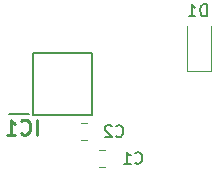
<source format=gbr>
%TF.GenerationSoftware,KiCad,Pcbnew,7.0.7-7.0.7~ubuntu23.04.1*%
%TF.CreationDate,2023-09-07T09:28:48+00:00*%
%TF.ProjectId,FRAM01,4652414d-3031-42e6-9b69-6361645f7063,rev?*%
%TF.SameCoordinates,Original*%
%TF.FileFunction,Legend,Bot*%
%TF.FilePolarity,Positive*%
%FSLAX46Y46*%
G04 Gerber Fmt 4.6, Leading zero omitted, Abs format (unit mm)*
G04 Created by KiCad (PCBNEW 7.0.7-7.0.7~ubuntu23.04.1) date 2023-09-07 09:28:48*
%MOMM*%
%LPD*%
G01*
G04 APERTURE LIST*
%ADD10C,0.254000*%
%ADD11C,0.150000*%
%ADD12C,0.200000*%
%ADD13C,0.120000*%
G04 APERTURE END LIST*
D10*
X136739762Y-91174318D02*
X136739762Y-89904318D01*
X135409285Y-91053365D02*
X135469761Y-91113842D01*
X135469761Y-91113842D02*
X135651190Y-91174318D01*
X135651190Y-91174318D02*
X135772142Y-91174318D01*
X135772142Y-91174318D02*
X135953571Y-91113842D01*
X135953571Y-91113842D02*
X136074523Y-90992889D01*
X136074523Y-90992889D02*
X136135000Y-90871937D01*
X136135000Y-90871937D02*
X136195476Y-90630032D01*
X136195476Y-90630032D02*
X136195476Y-90448603D01*
X136195476Y-90448603D02*
X136135000Y-90206699D01*
X136135000Y-90206699D02*
X136074523Y-90085746D01*
X136074523Y-90085746D02*
X135953571Y-89964794D01*
X135953571Y-89964794D02*
X135772142Y-89904318D01*
X135772142Y-89904318D02*
X135651190Y-89904318D01*
X135651190Y-89904318D02*
X135469761Y-89964794D01*
X135469761Y-89964794D02*
X135409285Y-90025270D01*
X134199761Y-91174318D02*
X134925476Y-91174318D01*
X134562619Y-91174318D02*
X134562619Y-89904318D01*
X134562619Y-89904318D02*
X134683571Y-90085746D01*
X134683571Y-90085746D02*
X134804523Y-90206699D01*
X134804523Y-90206699D02*
X134925476Y-90267175D01*
D11*
X151138094Y-81154819D02*
X151138094Y-80154819D01*
X151138094Y-80154819D02*
X150899999Y-80154819D01*
X150899999Y-80154819D02*
X150757142Y-80202438D01*
X150757142Y-80202438D02*
X150661904Y-80297676D01*
X150661904Y-80297676D02*
X150614285Y-80392914D01*
X150614285Y-80392914D02*
X150566666Y-80583390D01*
X150566666Y-80583390D02*
X150566666Y-80726247D01*
X150566666Y-80726247D02*
X150614285Y-80916723D01*
X150614285Y-80916723D02*
X150661904Y-81011961D01*
X150661904Y-81011961D02*
X150757142Y-81107200D01*
X150757142Y-81107200D02*
X150899999Y-81154819D01*
X150899999Y-81154819D02*
X151138094Y-81154819D01*
X149614285Y-81154819D02*
X150185713Y-81154819D01*
X149899999Y-81154819D02*
X149899999Y-80154819D01*
X149899999Y-80154819D02*
X149995237Y-80297676D01*
X149995237Y-80297676D02*
X150090475Y-80392914D01*
X150090475Y-80392914D02*
X150185713Y-80440533D01*
X145066666Y-93559580D02*
X145114285Y-93607200D01*
X145114285Y-93607200D02*
X145257142Y-93654819D01*
X145257142Y-93654819D02*
X145352380Y-93654819D01*
X145352380Y-93654819D02*
X145495237Y-93607200D01*
X145495237Y-93607200D02*
X145590475Y-93511961D01*
X145590475Y-93511961D02*
X145638094Y-93416723D01*
X145638094Y-93416723D02*
X145685713Y-93226247D01*
X145685713Y-93226247D02*
X145685713Y-93083390D01*
X145685713Y-93083390D02*
X145638094Y-92892914D01*
X145638094Y-92892914D02*
X145590475Y-92797676D01*
X145590475Y-92797676D02*
X145495237Y-92702438D01*
X145495237Y-92702438D02*
X145352380Y-92654819D01*
X145352380Y-92654819D02*
X145257142Y-92654819D01*
X145257142Y-92654819D02*
X145114285Y-92702438D01*
X145114285Y-92702438D02*
X145066666Y-92750057D01*
X144114285Y-93654819D02*
X144685713Y-93654819D01*
X144399999Y-93654819D02*
X144399999Y-92654819D01*
X144399999Y-92654819D02*
X144495237Y-92797676D01*
X144495237Y-92797676D02*
X144590475Y-92892914D01*
X144590475Y-92892914D02*
X144685713Y-92940533D01*
X143466666Y-91291580D02*
X143514285Y-91339200D01*
X143514285Y-91339200D02*
X143657142Y-91386819D01*
X143657142Y-91386819D02*
X143752380Y-91386819D01*
X143752380Y-91386819D02*
X143895237Y-91339200D01*
X143895237Y-91339200D02*
X143990475Y-91243961D01*
X143990475Y-91243961D02*
X144038094Y-91148723D01*
X144038094Y-91148723D02*
X144085713Y-90958247D01*
X144085713Y-90958247D02*
X144085713Y-90815390D01*
X144085713Y-90815390D02*
X144038094Y-90624914D01*
X144038094Y-90624914D02*
X143990475Y-90529676D01*
X143990475Y-90529676D02*
X143895237Y-90434438D01*
X143895237Y-90434438D02*
X143752380Y-90386819D01*
X143752380Y-90386819D02*
X143657142Y-90386819D01*
X143657142Y-90386819D02*
X143514285Y-90434438D01*
X143514285Y-90434438D02*
X143466666Y-90482057D01*
X143085713Y-90482057D02*
X143038094Y-90434438D01*
X143038094Y-90434438D02*
X142942856Y-90386819D01*
X142942856Y-90386819D02*
X142704761Y-90386819D01*
X142704761Y-90386819D02*
X142609523Y-90434438D01*
X142609523Y-90434438D02*
X142561904Y-90482057D01*
X142561904Y-90482057D02*
X142514285Y-90577295D01*
X142514285Y-90577295D02*
X142514285Y-90672533D01*
X142514285Y-90672533D02*
X142561904Y-90815390D01*
X142561904Y-90815390D02*
X143133332Y-91386819D01*
X143133332Y-91386819D02*
X142514285Y-91386819D01*
D12*
%TO.C,IC1*%
X134438000Y-89448000D02*
X136088000Y-89448000D01*
X136438000Y-84253000D02*
X136438000Y-89483000D01*
X136438000Y-89483000D02*
X141438000Y-89483000D01*
X141438000Y-84253000D02*
X136438000Y-84253000D01*
X141438000Y-89483000D02*
X141438000Y-84253000D01*
D13*
%TO.C,D1*%
X149500000Y-85810000D02*
X149500000Y-81950000D01*
X151500000Y-85810000D02*
X149500000Y-85810000D01*
X151500000Y-85810000D02*
X151500000Y-81950000D01*
%TO.C,C1*%
X142501252Y-93935000D02*
X141978748Y-93935000D01*
X142501252Y-92465000D02*
X141978748Y-92465000D01*
%TO.C,C2*%
X141043252Y-91667000D02*
X140520748Y-91667000D01*
X141043252Y-90197000D02*
X140520748Y-90197000D01*
%TD*%
M02*

</source>
